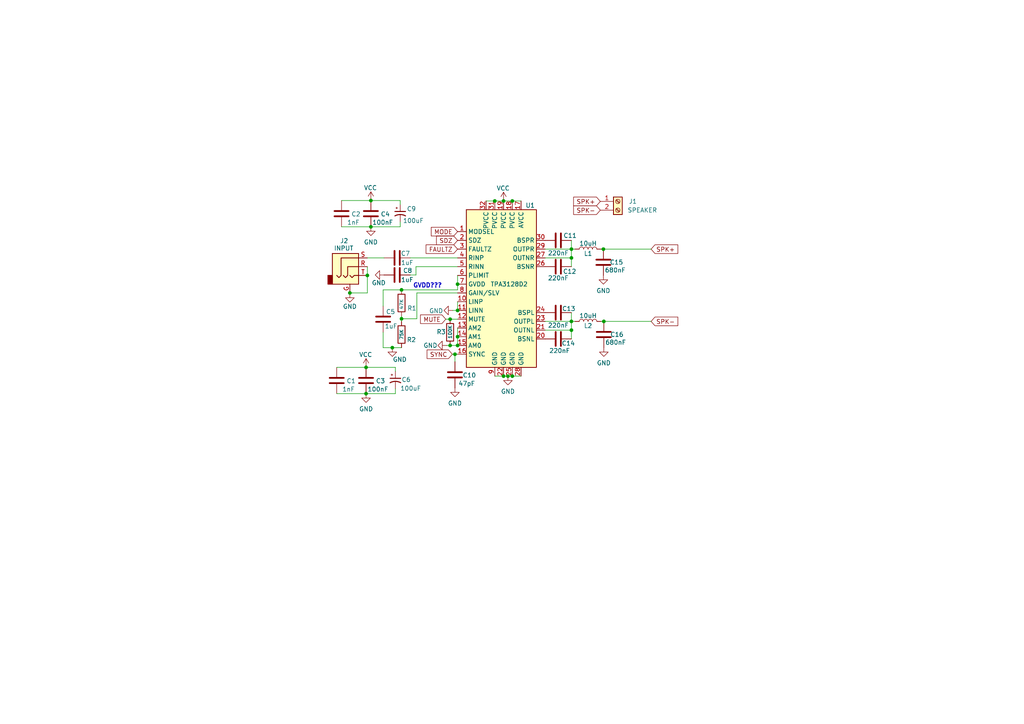
<source format=kicad_sch>
(kicad_sch (version 20230121) (generator eeschema)
  (paper "A4")
  (lib_symbols
    (symbol "Amplifier_Audio:SSM2165"
      (property "Reference" "U1" (at 6.985 25.4 0))
      (property "Value" "TPA3128D2" (at -3.175 2.54 0))
      (symbol "SSM2165_0_1"
        (rectangle (start -10.16 24.13) (end 10.16 -21.59) (stroke (width 0.254)) (fill (type background)))
      )
      (symbol "SSM2165_1_1"
        (pin passive line (at -12.7 17.78 0) (length 2.54) (name "MODSEL") (number "1"))
        (pin passive line (at -12.7 -2.54 0) (length 2.54) (name "LINP") (number "10"))
        (pin passive line (at -12.7 -5.08 0) (length 2.54) (name "LINN") (number "11"))
        (pin passive line (at -12.7 -7.62 0) (length 2.54) (name "MUTE") (number "12"))
        (pin passive line (at -12.7 -10.16 0) (length 2.54) (name "AM2") (number "13"))
        (pin passive line (at -12.7 -12.7 0) (length 2.54) (name "AM1") (number "14"))
        (pin passive line (at -12.7 -15.24 0) (length 2.54) (name "AM0") (number "15"))
        (pin passive line (at -12.7 -17.78 0) (length 2.54) (name "SYNC") (number "16"))
        (pin passive line (at 5.715 26.67 270) (length 2.54) (name "AVCC") (number "17"))
        (pin passive line (at 3.175 26.67 270) (length 2.54) (name "PVCC") (number "18"))
        (pin passive line (at 0.635 26.67 270) (length 2.54) (name "PVCC") (number "19"))
        (pin passive line (at -12.7 15.24 0) (length 2.54) (name "SDZ") (number "2"))
        (pin passive line (at 12.7 -13.335 180) (length 2.54) (name "BSNL") (number "20"))
        (pin passive line (at 12.7 -10.795 180) (length 2.54) (name "OUTNL") (number "21"))
        (pin passive line (at 0.635 -24.13 90) (length 2.54) (name "GND") (number "22"))
        (pin passive line (at 12.7 -8.255 180) (length 2.54) (name "OUTPL") (number "23"))
        (pin passive line (at 12.7 -5.715 180) (length 2.54) (name "BSPL") (number "24"))
        (pin passive line (at 3.175 -24.13 90) (length 2.54) (name "GND") (number "25"))
        (pin passive line (at 12.7 7.62 180) (length 2.54) (name "BSNR") (number "26"))
        (pin passive line (at 12.7 10.16 180) (length 2.54) (name "OUTNR") (number "27"))
        (pin passive line (at 5.715 -24.13 90) (length 2.54) (name "GND") (number "28"))
        (pin passive line (at 12.7 12.7 180) (length 2.54) (name "OUTPR") (number "29"))
        (pin passive line (at -12.7 12.7 0) (length 2.54) (name "FAULTZ") (number "3"))
        (pin passive line (at 12.7 15.24 180) (length 2.54) (name "BSPR") (number "30"))
        (pin passive line (at -1.905 26.67 270) (length 2.54) (name "PVCC") (number "31"))
        (pin passive line (at -4.445 26.67 270) (length 2.54) (name "PVCC") (number "32"))
        (pin passive line (at -12.7 10.16 0) (length 2.54) (name "RINP") (number "4"))
        (pin passive line (at -12.7 7.62 0) (length 2.54) (name "RINN") (number "5"))
        (pin passive line (at -12.7 5.08 0) (length 2.54) (name "PLIMIT") (number "6"))
        (pin passive line (at -12.7 2.54 0) (length 2.54) (name "GVDD") (number "7"))
        (pin passive line (at -12.7 0 0) (length 2.54) (name "GAIN/SLV") (number "8"))
        (pin passive line (at -1.905 -24.13 90) (length 2.54) (name "GND") (number "9"))
      )
    )
    (symbol "Connector:Screw_Terminal_01x02" (pin_names (offset 1.016) hide)
      (property "Reference" "J" (at 0 2.54 0))
      (property "Value" "Screw_Terminal_01x02" (at 0 -5.08 0))
      (symbol "Screw_Terminal_01x02_1_1"
        (rectangle (start -1.27 1.27) (end 1.27 -3.81) (stroke (width 0.254)) (fill (type background)))
        (circle (center 0 -2.54) (radius 0.635) (stroke (width 0.1524)))
        (polyline (pts (xy -0.5334 -2.2098) (xy 0.3302 -3.048)) (stroke (width 0.1524)))
        (polyline (pts (xy -0.5334 0.3302) (xy 0.3302 -0.508)) (stroke (width 0.1524)))
        (polyline (pts (xy -0.3556 -2.032) (xy 0.508 -2.8702)) (stroke (width 0.1524)))
        (polyline (pts (xy -0.3556 0.508) (xy 0.508 -0.3302)) (stroke (width 0.1524)))
        (circle (center 0 0) (radius 0.635) (stroke (width 0.1524)))
        (pin passive line (at -5.08 0 0) (length 3.81) (name "Pin_1") (number "1"))
        (pin passive line (at -5.08 -2.54 0) (length 3.81) (name "Pin_2") (number "2"))
      )
    )
    (symbol "Connector_Audio:NRJ3HF-1"
      (property "Reference" "J" (at 0 8.89 0))
      (property "Value" "NRJ3HF-1" (at 0 6.35 0))
      (symbol "NRJ3HF-1_0_1"
        (rectangle (start -5.08 -2.54) (end -6.35 -5.08) (stroke (width 0.254)) (fill (type outline)))
        (polyline (pts (xy 0 -2.54) (xy 0.635 -3.175) (xy 1.27 -2.54) (xy 2.54 -2.54)) (stroke (width 0.254)))
        (polyline (pts (xy -1.905 -2.54) (xy -1.27 -3.175) (xy -0.635 -2.54) (xy -0.635 0) (xy 2.54 0)) (stroke (width 0.254)))
        (polyline (pts (xy 2.54 2.54) (xy -2.54 2.54) (xy -2.54 -2.54) (xy -3.175 -3.175) (xy -3.81 -2.54)) (stroke (width 0.254)))
        (rectangle (start 2.54 3.81) (end -5.08 -5.08) (stroke (width 0.254)) (fill (type background)))
      )
      (symbol "NRJ3HF-1_1_1"
        (pin passive line (at 0 -7.62 90) (length 2.54) (name "~") (number "G"))
        (pin passive line (at 5.08 0 180) (length 2.54) (name "~") (number "R"))
        (pin passive line (at 5.08 2.54 180) (length 2.54) (name "~") (number "S"))
        (pin passive line (at 5.08 -2.54 180) (length 2.54) (name "~") (number "T"))
      )
    )
    (symbol "Device:C" (pin_numbers hide) (pin_names (offset 0.254))
      (property "Reference" "C" (at 0.635 2.54 0))
      (property "Value" "C" (at 0.635 -2.54 0))
      (symbol "C_0_1"
        (polyline (pts (xy -2.032 -0.762) (xy 2.032 -0.762)) (stroke (width 0.508)))
        (polyline (pts (xy -2.032 0.762) (xy 2.032 0.762)) (stroke (width 0.508)))
      )
      (symbol "C_1_1"
        (pin passive line (at 0 3.81 270) (length 2.794) (name "~") (number "1"))
        (pin passive line (at 0 -3.81 90) (length 2.794) (name "~") (number "2"))
      )
    )
    (symbol "Device:C_Polarized_Small_US" (pin_numbers hide) (pin_names (offset 0.254) hide)
      (property "Reference" "C" (at 0.254 1.778 0))
      (property "Value" "C_Polarized_Small_US" (at 0.254 -2.032 0))
      (symbol "C_Polarized_Small_US_0_1"
        (polyline (pts (xy -1.524 0.508) (xy 1.524 0.508)) (stroke (width 0.3048)))
        (polyline (pts (xy -1.27 1.524) (xy -0.762 1.524)))
        (polyline (pts (xy -1.016 1.27) (xy -1.016 1.778)))
        (arc (start 1.524 -0.762) (mid 0 -0.3734) (end -1.524 -0.762) (stroke (width 0.3048)))
      )
      (symbol "C_Polarized_Small_US_1_1"
        (pin passive line (at 0 2.54 270) (length 2.032) (name "~") (number "1"))
        (pin passive line (at 0 -2.54 90) (length 2.032) (name "~") (number "2"))
      )
    )
    (symbol "Device:L" (pin_numbers hide) (pin_names (offset 1.016) hide)
      (property "Reference" "L" (at -1.27 0 90))
      (property "Value" "L" (at 1.905 0 90))
      (symbol "L_0_1"
        (arc (start 0 -2.54) (mid 0.6323 -1.905) (end 0 -1.27))
        (arc (start 0 -1.27) (mid 0.6323 -0.635) (end 0 0))
        (arc (start 0 0) (mid 0.6323 0.635) (end 0 1.27))
        (arc (start 0 1.27) (mid 0.6323 1.905) (end 0 2.54))
      )
      (symbol "L_1_1"
        (pin passive line (at 0 3.81 270) (length 1.27) (name "1") (number "1"))
        (pin passive line (at 0 -3.81 90) (length 1.27) (name "2") (number "2"))
      )
    )
    (symbol "Device:R" (pin_numbers hide) (pin_names (offset 0))
      (property "Reference" "R" (at 2.032 0 90))
      (property "Value" "R" (at 0 0 90))
      (symbol "R_0_1"
        (rectangle (start -1.016 -2.54) (end 1.016 2.54) (stroke (width 0.254)))
      )
      (symbol "R_1_1"
        (pin passive line (at 0 3.81 270) (length 1.27) (name "~") (number "1"))
        (pin passive line (at 0 -3.81 90) (length 1.27) (name "~") (number "2"))
      )
    )
    (symbol "power:GND" (power) (pin_names (offset 0))
      (property "Value" "GND" (at 0 -3.81 0))
      (symbol "GND_0_1"
        (polyline (pts (xy 0 0) (xy 0 -1.27) (xy 1.27 -1.27) (xy 0 -2.54) (xy -1.27 -1.27) (xy 0 -1.27)))
      )
      (symbol "GND_1_1"
        (pin power_in line (at 0 0 270) (length 0) hide (name "GND") (number "1"))
      )
    )
    (symbol "power:VCC" (power) (pin_names (offset 0))
      (property "Value" "VCC" (at 0 3.81 0))
      (symbol "VCC_0_1"
        (polyline (pts (xy -0.762 1.27) (xy 0 2.54)))
        (polyline (pts (xy 0 0) (xy 0 2.54)))
        (polyline (pts (xy 0 2.54) (xy 0.762 1.27)))
      )
      (symbol "VCC_1_1"
        (pin power_in line (at 0 0 90) (length 0) hide (name "VCC") (number "1"))
      )
    )
  )
  (junction (at 132.715 82.423))
  (junction (at 175.133 93.218))
  (junction (at 101.473 84.963))
  (junction (at 147.32 109.093))
  (junction (at 148.59 58.293))
  (junction (at 146.05 109.093))
  (junction (at 165.735 93.218))
  (junction (at 165.735 95.758))
  (junction (at 132.715 97.663))
  (junction (at 146.05 58.293))
  (junction (at 165.735 72.263))
  (junction (at 131.953 102.743))
  (junction (at 130.556 92.583))
  (junction (at 106.553 79.883))
  (junction (at 106.172 114.173))
  (junction (at 132.715 100.203))
  (junction (at 116.459 84.074))
  (junction (at 130.556 100.203))
  (junction (at 107.569 65.786))
  (junction (at 132.715 90.043))
  (junction (at 113.792 100.838))
  (junction (at 107.569 58.166))
  (junction (at 106.172 106.553))
  (junction (at 175.006 72.263))
  (junction (at 165.735 74.803))
  (junction (at 116.459 92.456))
  (junction (at 143.51 58.293))
  (junction (at 148.59 109.093))
  (wire (pts (xy 120.904 92.456) (xy 116.459 92.456)))
  (wire (pts (xy 120.904 84.963) (xy 120.904 92.456)))
  (wire (pts (xy 175.006 72.263) (xy 188.849 72.263)))
  (wire (pts (xy 165.735 90.678) (xy 165.735 93.218)))
  (wire (pts (xy 106.172 114.173) (xy 97.663 114.173)))
  (wire (pts (xy 131.191 102.743) (xy 131.953 102.743)))
  (wire (pts (xy 132.715 84.963) (xy 120.904 84.963)))
  (wire (pts (xy 106.553 77.343) (xy 106.553 79.883)))
  (wire (pts (xy 111.125 84.074) (xy 116.459 84.074)))
  (wire (pts (xy 107.569 58.166) (xy 99.06 58.166)))
  (wire (pts (xy 116.459 91.694) (xy 116.459 92.456)))
  (wire (pts (xy 166.751 93.218) (xy 165.735 93.218)))
  (wire (pts (xy 165.735 95.758) (xy 158.115 95.758)))
  (wire (pts (xy 132.715 82.423) (xy 132.715 84.074)))
  (wire (pts (xy 165.735 93.218) (xy 158.115 93.218)))
  (wire (pts (xy 120.65 77.343) (xy 132.715 77.343)))
  (wire (pts (xy 107.569 65.786) (xy 116.078 65.786)))
  (wire (pts (xy 116.078 59.309) (xy 116.078 58.166)))
  (wire (pts (xy 106.553 79.883) (xy 106.553 84.963)))
  (wire (pts (xy 132.715 95.123) (xy 132.715 97.663)))
  (wire (pts (xy 165.735 93.218) (xy 165.735 95.758)))
  (wire (pts (xy 130.556 100.203) (xy 132.715 100.203)))
  (wire (pts (xy 116.078 58.166) (xy 107.569 58.166)))
  (wire (pts (xy 132.715 87.503) (xy 132.715 90.043)))
  (wire (pts (xy 165.735 74.803) (xy 158.115 74.803)))
  (wire (pts (xy 114.681 114.173) (xy 114.681 112.776)))
  (wire (pts (xy 130.556 92.583) (xy 132.715 92.583)))
  (wire (pts (xy 106.172 106.553) (xy 114.681 106.553)))
  (wire (pts (xy 113.792 100.838) (xy 116.459 100.838)))
  (wire (pts (xy 131.953 104.902) (xy 131.953 102.743)))
  (wire (pts (xy 132.715 97.663) (xy 132.715 100.203)))
  (wire (pts (xy 116.459 92.456) (xy 116.459 93.218)))
  (wire (pts (xy 147.32 109.093) (xy 148.59 109.093)))
  (wire (pts (xy 129.286 92.583) (xy 130.556 92.583)))
  (wire (pts (xy 174.371 93.218) (xy 175.133 93.218)))
  (wire (pts (xy 131.953 102.743) (xy 132.715 102.743)))
  (wire (pts (xy 111.125 100.838) (xy 113.792 100.838)))
  (wire (pts (xy 111.125 96.393) (xy 111.125 100.838)))
  (wire (pts (xy 118.999 79.756) (xy 120.65 79.756)))
  (wire (pts (xy 118.999 74.803) (xy 132.715 74.803)))
  (wire (pts (xy 101.473 84.963) (xy 106.553 84.963)))
  (wire (pts (xy 166.751 72.263) (xy 165.735 72.263)))
  (wire (pts (xy 132.715 84.074) (xy 116.459 84.074)))
  (wire (pts (xy 165.735 72.263) (xy 165.735 74.803)))
  (wire (pts (xy 106.172 114.173) (xy 114.681 114.173)))
  (wire (pts (xy 106.172 106.553) (xy 97.663 106.553)))
  (wire (pts (xy 174.371 72.263) (xy 175.006 72.263)))
  (wire (pts (xy 116.078 65.786) (xy 116.078 64.389)))
  (wire (pts (xy 120.65 79.756) (xy 120.65 77.343)))
  (wire (pts (xy 165.735 98.298) (xy 165.735 95.758)))
  (wire (pts (xy 147.32 109.093) (xy 146.05 109.093)))
  (wire (pts (xy 148.59 58.293) (xy 151.13 58.293)))
  (wire (pts (xy 148.59 109.093) (xy 151.13 109.093)))
  (wire (pts (xy 101.473 84.963) (xy 101.473 85.09)))
  (wire (pts (xy 129.54 100.203) (xy 130.556 100.203)))
  (wire (pts (xy 146.05 58.293) (xy 148.59 58.293)))
  (wire (pts (xy 143.51 58.293) (xy 146.05 58.293)))
  (wire (pts (xy 131.318 90.043) (xy 132.715 90.043)))
  (wire (pts (xy 111.125 88.773) (xy 111.125 84.074)))
  (wire (pts (xy 146.05 109.093) (xy 143.51 109.093)))
  (wire (pts (xy 140.97 58.293) (xy 143.51 58.293)))
  (wire (pts (xy 132.715 79.883) (xy 132.715 82.423)))
  (wire (pts (xy 107.569 65.786) (xy 99.06 65.786)))
  (wire (pts (xy 165.735 69.723) (xy 165.735 72.263)))
  (wire (pts (xy 165.735 77.343) (xy 165.735 74.803)))
  (wire (pts (xy 165.735 72.263) (xy 158.115 72.263)))
  (wire (pts (xy 114.681 107.696) (xy 114.681 106.553)))
  (wire (pts (xy 106.553 74.803) (xy 111.379 74.803)))
  (wire (pts (xy 175.133 93.218) (xy 188.849 93.218)))
  (text "GVDD???\n" (at 119.761 83.693 0) (effects (font (size 1.27 1.27) (thickness 0.254) bold) (justify left bottom)))
  (global_label "SPK+" (shape input) (at 188.849 72.263 0) (property "Intersheetrefs" "${INTERSHEET_REFS}" (effects hide)))
  (global_label "SDZ" (shape input) (at 132.715 69.723 180) (property "Intersheetrefs" "${INTERSHEET_REFS}" (effects hide)))
  (global_label "MODE" (shape input) (at 132.715 67.183 180) (property "Intersheetrefs" "${INTERSHEET_REFS}" (effects hide)))
  (global_label "FAULTZ" (shape input) (at 132.715 72.263 180) (property "Intersheetrefs" "${INTERSHEET_REFS}" (effects hide)))
  (global_label "SPK-" (shape input) (at 188.849 93.218 0) (property "Intersheetrefs" "${INTERSHEET_REFS}" (effects hide)))
  (global_label "MUTE" (shape input) (at 129.286 92.583 180) (property "Intersheetrefs" "${INTERSHEET_REFS}" (effects hide)))
  (global_label "SYNC" (shape input) (at 131.191 102.743 180) (property "Intersheetrefs" "${INTERSHEET_REFS}" (effects hide)))
  (global_label "SPK+" (shape input) (at 174.117 58.42 180) (property "Intersheetrefs" "${INTERSHEET_REFS}" (effects hide)))
  (global_label "SPK-" (shape input) (at 174.117 60.96 180) (property "Intersheetrefs" "${INTERSHEET_REFS}" (effects hide)))
  (symbol (lib_id "Device:R") (at 130.556 96.393 0) (unit 1)
    (property "Reference" "R3" (at 126.619 96.266 0) (effects (justify left)))
    (property "Value" "100K" (at 130.556 98.298 90) (effects (font (size 1 1)) (justify left)))
  )
  (symbol (lib_id "power:VCC") (at 107.569 58.166 0) (unit 1)
    (property "Reference" "#PWR03" (effects hide))
    (property "Value" "VCC" (at 107.442 54.483 0))
  )
  (symbol (lib_id "power:GND") (at 106.172 114.173 0) (unit 1)
    (property "Reference" "#PWR02" (effects hide))
    (property "Value" "GND" (at 106.172 118.618 0))
  )
  (symbol (lib_id "Connector:Screw_Terminal_01x02") (at 179.197 58.42 0) (unit 1)
    (property "Reference" "J1" (at 182.372 58.42 0) (effects (justify left)))
    (property "Value" "SPEAKER" (at 181.991 60.96 0) (effects (justify left)))
  )
  (symbol (lib_id "Device:C") (at 97.663 110.363 0) (mirror x) (unit 1)
    (property "Reference" "C1" (at 101.854 110.49 0))
    (property "Value" "1nF" (at 101.092 112.903 0))
  )
  (symbol (lib_id "power:VCC") (at 106.172 106.553 0) (unit 1)
    (property "Reference" "#PWR01" (effects hide))
    (property "Value" "VCC" (at 106.045 102.87 0))
  )
  (symbol (lib_id "Device:R") (at 116.459 87.884 0) (unit 1)
    (property "Reference" "R1" (at 118.11 89.408 0) (effects (justify left)))
    (property "Value" "47K" (at 116.459 89.789 90) (effects (font (size 1 1)) (justify left)))
  )
  (symbol (lib_id "power:GND") (at 107.569 65.786 0) (unit 1)
    (property "Reference" "#PWR04" (effects hide))
    (property "Value" "GND" (at 107.569 70.231 0))
  )
  (symbol (lib_id "Device:C") (at 161.925 77.343 90) (mirror x) (unit 1)
    (property "Reference" "C12" (at 165.227 78.74 90))
    (property "Value" "220nF" (at 161.925 80.645 90))
  )
  (symbol (lib_id "Device:C") (at 161.925 90.678 90) (unit 1)
    (property "Reference" "C13" (at 164.973 89.535 90))
    (property "Value" "220nF" (at 161.925 94.361 90))
  )
  (symbol (lib_id "power:GND") (at 101.473 85.09 0) (unit 1)
    (property "Reference" "#PWR014" (effects hide))
    (property "Value" "GND" (at 101.473 88.9 0))
  )
  (symbol (lib_id "power:GND") (at 131.318 90.043 270) (unit 1)
    (property "Reference" "#PWR08" (effects hide))
    (property "Value" "GND" (at 126.492 90.17 90))
  )
  (symbol (lib_id "power:GND") (at 111.379 79.756 270) (unit 1)
    (property "Reference" "#PWR05" (effects hide))
    (property "Value" "GND" (at 109.855 82.042 90))
  )
  (symbol (lib_id "Device:C") (at 175.006 76.073 0) (mirror x) (unit 1)
    (property "Reference" "C15" (at 178.816 76.073 0))
    (property "Value" "680nF" (at 178.435 78.359 0))
  )
  (symbol (lib_id "power:GND") (at 147.32 109.093 0) (unit 1)
    (property "Reference" "#PWR011" (effects hide))
    (property "Value" "GND" (at 147.32 113.538 0))
  )
  (symbol (lib_id "Device:C") (at 99.06 61.976 0) (mirror x) (unit 1)
    (property "Reference" "C2" (at 103.251 62.103 0))
    (property "Value" "1nF" (at 102.489 64.516 0))
  )
  (symbol (lib_id "Device:C") (at 111.125 92.583 0) (mirror y) (unit 1)
    (property "Reference" "C5" (at 113.284 90.424 0))
    (property "Value" "1uF" (at 113.411 94.615 0))
  )
  (symbol (lib_id "power:VCC") (at 146.05 58.293 0) (unit 1)
    (property "Reference" "#PWR010" (effects hide))
    (property "Value" "VCC" (at 145.923 54.61 0))
  )
  (symbol (lib_id "Amplifier_Audio:SSM2165") (at 145.415 84.963 0) (unit 1)
    (property "Reference" "U1" (at 152.4 59.563 0) (effects (justify left)))
    (property "Value" "TPA3128D2" (at 142.24 82.423 0) (effects (justify left)))
    (property "Footprint" "Package_SO:HTSSOP-32-1EP_6.1x11mm_P0.65mm_EP5.2x11mm_Mask4.11x4.36mm" (effects hide))
  )
  (symbol (lib_id "Device:C_Polarized_Small_US") (at 116.078 61.849 0) (unit 1)
    (property "Reference" "C9" (at 117.983 60.579 0) (effects (justify left)))
    (property "Value" "100uF" (at 116.84 64.008 0) (effects (justify left)))
  )
  (symbol (lib_id "Device:R") (at 116.459 97.028 0) (unit 1)
    (property "Reference" "R2" (at 117.983 98.552 0) (effects (justify left)))
    (property "Value" "75K" (at 116.459 98.552 90) (effects (font (size 1 1)) (justify left)))
  )
  (symbol (lib_id "Device:C") (at 115.189 79.756 270) (mirror x) (unit 1)
    (property "Reference" "C8" (at 118.237 78.486 90))
    (property "Value" "1uF" (at 118.11 81.153 90))
  )
  (symbol (lib_id "power:GND") (at 175.006 79.883 0) (unit 1)
    (property "Reference" "#PWR012" (effects hide))
    (property "Value" "GND" (at 175.006 84.328 0))
  )
  (symbol (lib_id "Connector_Audio:NRJ3HF-1") (at 101.473 77.343 0) (unit 1)
    (property "Reference" "J2" (at 99.822 69.85 0))
    (property "Value" "INPUT" (at 99.695 72.009 0))
    (property "Footprint" "Connector_Audio:Jack_6.35mm_Neutrik_NRJ3HF-1_Horizontal" (effects hide))
    (property "Datasheet" "https://www.neutrik.com/en/product/nrj3hf-1" (effects hide))
  )
  (symbol (lib_id "Device:C_Polarized_Small_US") (at 114.681 110.236 0) (unit 1)
    (property "Reference" "C6" (at 116.459 110.109 0) (effects (justify left)))
    (property "Value" "100uF" (at 116.078 112.649 0) (effects (justify left)))
  )
  (symbol (lib_id "power:GND") (at 131.953 112.522 0) (unit 1)
    (property "Reference" "#PWR09" (effects hide))
    (property "Value" "GND" (at 131.953 116.967 0))
  )
  (symbol (lib_id "Device:C") (at 115.189 74.803 270) (mirror x) (unit 1)
    (property "Reference" "C7" (at 117.602 73.533 90))
    (property "Value" "1uF" (at 118.11 76.2 90))
  )
  (symbol (lib_id "Device:L") (at 170.561 72.263 90) (unit 1)
    (property "Reference" "L1" (at 170.561 73.533 90))
    (property "Value" "10uH" (at 170.561 70.612 90))
  )
  (symbol (lib_id "Device:C") (at 161.925 98.298 90) (mirror x) (unit 1)
    (property "Reference" "C14" (at 164.846 99.568 90))
    (property "Value" "220nF" (at 162.306 101.727 90))
  )
  (symbol (lib_id "Device:C") (at 131.953 108.712 0) (mirror x) (unit 1)
    (property "Reference" "C10" (at 136.144 108.839 0))
    (property "Value" "47pF" (at 135.382 111.252 0))
  )
  (symbol (lib_id "power:GND") (at 113.792 100.838 0) (unit 1)
    (property "Reference" "#PWR06" (effects hide))
    (property "Value" "GND" (at 115.951 104.267 0))
  )
  (symbol (lib_id "Device:L") (at 170.561 93.218 90) (unit 1)
    (property "Reference" "L2" (at 170.561 94.488 90))
    (property "Value" "10uH" (at 170.561 91.567 90))
  )
  (symbol (lib_id "power:GND") (at 129.54 100.203 270) (unit 1)
    (property "Reference" "#PWR07" (effects hide))
    (property "Value" "GND" (at 124.841 100.203 90))
  )
  (symbol (lib_id "Device:C") (at 106.172 110.363 0) (mirror x) (unit 1)
    (property "Reference" "C3" (at 110.363 110.49 0))
    (property "Value" "100nF" (at 109.601 112.903 0))
  )
  (symbol (lib_id "Device:C") (at 175.133 97.028 0) (mirror x) (unit 1)
    (property "Reference" "C16" (at 178.943 97.028 0))
    (property "Value" "680nF" (at 178.562 99.314 0))
  )
  (symbol (lib_id "Device:C") (at 161.925 69.723 90) (unit 1)
    (property "Reference" "C11" (at 165.354 68.326 90))
    (property "Value" "220nF" (at 161.925 73.406 90))
  )
  (symbol (lib_id "Device:C") (at 107.569 61.976 0) (mirror x) (unit 1)
    (property "Reference" "C4" (at 111.76 62.103 0))
    (property "Value" "100nF" (at 110.998 64.516 0))
  )
  (symbol (lib_id "power:GND") (at 175.133 100.838 0) (unit 1)
    (property "Reference" "#PWR013" (effects hide))
    (property "Value" "GND" (at 175.133 105.283 0))
  )
)
</source>
